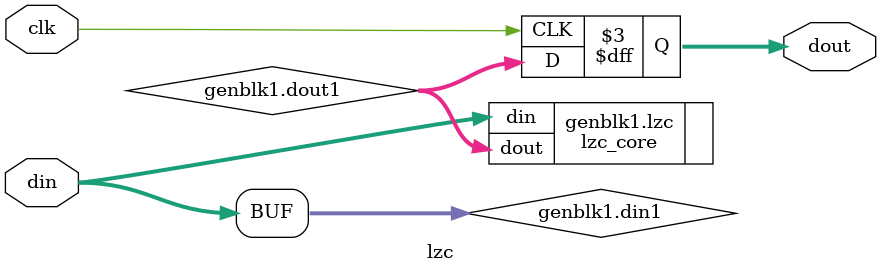
<source format=sv>

module lzc #(
    parameter SIZE = 32,
    parameter OUT_SIZE = $clog2(SIZE+1),
    parameter FAMILY = "Stratix 10" // "Agilex" or "Stratix 10" 
) (
    input clk,
    input [SIZE-1:0] din,
    output reg [OUT_SIZE-1:0] dout
);

generate
if (SIZE < 16) begin
    // Quartus generates very good circuit if SIZE is small
    integer i;
    always @(posedge clk) begin
        dout <= SIZE;
        for (i = 0; i < SIZE; i=i+1)
            if (din[i] == 1)
                dout <= SIZE-i-1;
    end
end 
else 
begin
    localparam SIZE2 = ((1 << $clog2(SIZE-2)) < SIZE) ? SIZE : (1 << $clog2(SIZE));
    localparam OUT_SIZE2 = $clog2(SIZE2+1);

    wire [SIZE2-1:0] din1;
    assign din1 = {din, {(SIZE2 - SIZE){1'b1}}};

    wire [OUT_SIZE2-1:0] dout1;
    
    lzc_core #(.SIZE(SIZE2), .OUT_SIZE(OUT_SIZE2), .FAMILY(FAMILY)) lzc (.din(din1), .dout(dout1)); 
    
    always @(posedge clk) begin
        dout <= dout1[OUT_SIZE-1:0];
    end    
    
end
endgenerate

endmodule


</source>
